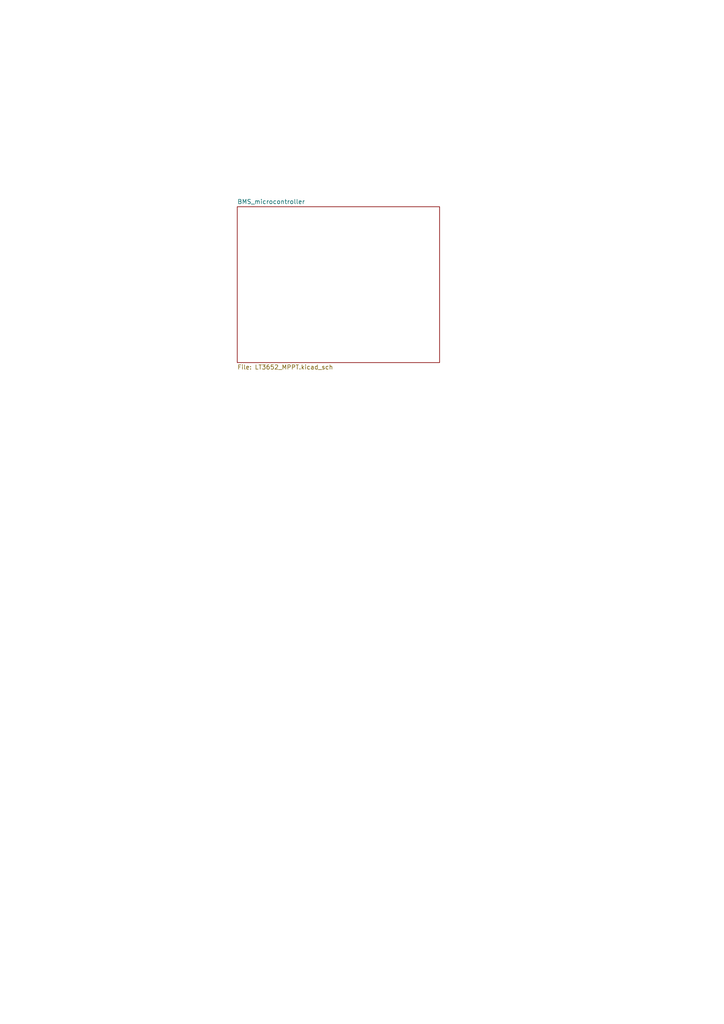
<source format=kicad_sch>
(kicad_sch
	(version 20231120)
	(generator "eeschema")
	(generator_version "8.0")
	(uuid "555ba40f-9abb-4b99-82c6-07e888fda9fd")
	(paper "A4" portrait)
	(lib_symbols)
	(sheet
		(at 68.834 59.944)
		(size 58.674 45.212)
		(fields_autoplaced yes)
		(stroke
			(width 0.1524)
			(type solid)
		)
		(fill
			(color 0 0 0 0.0000)
		)
		(uuid "3b90ff07-e5cb-404b-939d-de320e975ba1")
		(property "Sheetname" "BMS_microcontroller"
			(at 68.834 59.2324 0)
			(effects
				(font
					(size 1.27 1.27)
				)
				(justify left bottom)
			)
		)
		(property "Sheetfile" "LT3652_MPPT.kicad_sch"
			(at 68.834 105.7406 0)
			(effects
				(font
					(size 1.27 1.27)
				)
				(justify left top)
			)
		)
		(instances
			(project "MPPT"
				(path "/555ba40f-9abb-4b99-82c6-07e888fda9fd"
					(page "5")
				)
			)
		)
	)
	(sheet_instances
		(path "/"
			(page "1")
		)
	)
)
</source>
